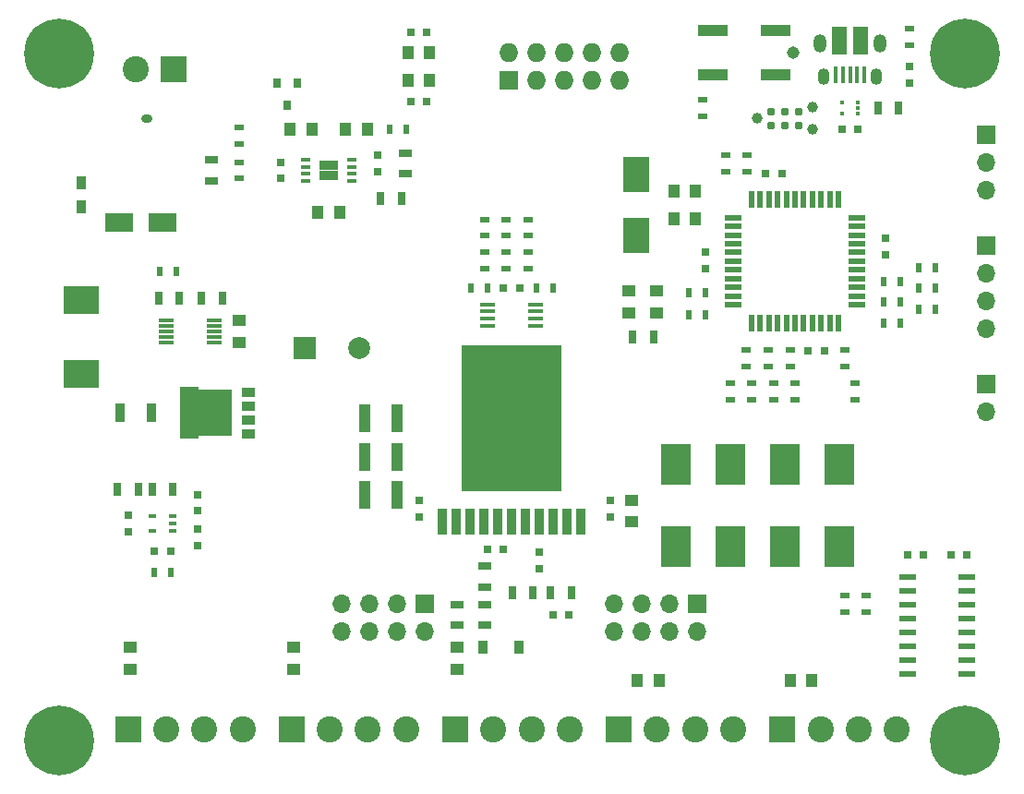
<source format=gts>
G04 #@! TF.FileFunction,Soldermask,Top*
%FSLAX46Y46*%
G04 Gerber Fmt 4.6, Leading zero omitted, Abs format (unit mm)*
G04 Created by KiCad (PCBNEW 4.0.7) date Monday, September 04, 2017 'PMt' 03:24:15 PM*
%MOMM*%
%LPD*%
G01*
G04 APERTURE LIST*
%ADD10C,0.100000*%
%ADD11C,0.762000*%
%ADD12R,0.550000X1.500000*%
%ADD13R,1.500000X0.550000*%
%ADD14R,1.000000X2.500000*%
%ADD15R,1.300000X0.850000*%
%ADD16R,1.700000X4.850000*%
%ADD17R,3.450000X4.350000*%
%ADD18R,1.550000X4.700000*%
%ADD19R,3.300000X4.200000*%
%ADD20R,1.300000X0.700000*%
%ADD21R,0.900000X1.200000*%
%ADD22R,0.750000X0.800000*%
%ADD23R,0.900000X0.500000*%
%ADD24R,1.450000X0.450000*%
%ADD25R,0.800000X0.750000*%
%ADD26R,0.860000X2.410000*%
%ADD27R,9.126000X13.370000*%
%ADD28C,0.500000*%
%ADD29R,0.700000X1.300000*%
%ADD30R,2.700000X3.750000*%
%ADD31R,1.250000X1.000000*%
%ADD32R,2.000000X2.000000*%
%ADD33C,2.000000*%
%ADD34R,1.000000X1.250000*%
%ADD35R,3.300000X2.500000*%
%ADD36R,2.500000X1.800000*%
%ADD37R,0.800000X0.900000*%
%ADD38C,2.400000*%
%ADD39R,2.400000X2.400000*%
%ADD40C,0.990600*%
%ADD41C,0.787400*%
%ADD42R,1.727200X1.727200*%
%ADD43O,1.727200X1.727200*%
%ADD44R,1.700000X1.700000*%
%ADD45O,1.700000X1.700000*%
%ADD46R,0.400000X1.650000*%
%ADD47O,1.100000X1.500000*%
%ADD48O,1.200000X1.700000*%
%ADD49R,1.425000X2.500000*%
%ADD50R,0.900000X1.700000*%
%ADD51R,0.500000X0.900000*%
%ADD52R,2.750000X1.000000*%
%ADD53C,1.143000*%
%ADD54R,1.400000X0.300000*%
%ADD55R,0.650000X0.400000*%
%ADD56R,0.890000X0.420000*%
%ADD57R,0.840000X0.940000*%
%ADD58R,1.500000X0.600000*%
%ADD59R,0.449580X0.299720*%
%ADD60R,2.400000X3.325000*%
%ADD61C,6.400000*%
G04 APERTURE END LIST*
D10*
D11*
X179611760Y-50500000D02*
X179388240Y-50500000D01*
D12*
X234960000Y-69270000D03*
X235760000Y-69270000D03*
X236560000Y-69270000D03*
X237360000Y-69270000D03*
X238160000Y-69270000D03*
X238960000Y-69270000D03*
X239760000Y-69270000D03*
X240560000Y-69270000D03*
X241360000Y-69270000D03*
X242160000Y-69270000D03*
X242960000Y-69270000D03*
D13*
X244660000Y-67570000D03*
X244660000Y-66770000D03*
X244660000Y-65970000D03*
X244660000Y-65170000D03*
X244660000Y-64370000D03*
X244660000Y-63570000D03*
X244660000Y-62770000D03*
X244660000Y-61970000D03*
X244660000Y-61170000D03*
X244660000Y-60370000D03*
X244660000Y-59570000D03*
D12*
X242960000Y-57870000D03*
X242160000Y-57870000D03*
X241360000Y-57870000D03*
X240560000Y-57870000D03*
X239760000Y-57870000D03*
X238960000Y-57870000D03*
X238160000Y-57870000D03*
X237360000Y-57870000D03*
X236560000Y-57870000D03*
X235760000Y-57870000D03*
X234960000Y-57870000D03*
D13*
X233260000Y-59570000D03*
X233260000Y-60370000D03*
X233260000Y-61170000D03*
X233260000Y-61970000D03*
X233260000Y-62770000D03*
X233260000Y-63570000D03*
X233260000Y-64370000D03*
X233260000Y-65170000D03*
X233260000Y-65970000D03*
X233260000Y-66770000D03*
X233260000Y-67570000D03*
D14*
X199500000Y-85000000D03*
X202500000Y-85000000D03*
D15*
X188875000Y-78135000D03*
X188875000Y-79405000D03*
X188875000Y-76865000D03*
D16*
X183400000Y-77500000D03*
D17*
X185600000Y-77500000D03*
D15*
X188875000Y-75595000D03*
D18*
X183400000Y-77500000D03*
D19*
X185600000Y-77500000D03*
D20*
X210500000Y-95050000D03*
X210500000Y-96950000D03*
X210500000Y-91550000D03*
X210500000Y-93450000D03*
D21*
X210350000Y-99000000D03*
X213650000Y-99000000D03*
D22*
X204500000Y-87000000D03*
X204500000Y-85500000D03*
D20*
X208000000Y-95050000D03*
X208000000Y-96950000D03*
D14*
X199500000Y-78000000D03*
X202500000Y-78000000D03*
X199500000Y-81500000D03*
X202500000Y-81500000D03*
D23*
X210500000Y-64250000D03*
X210500000Y-62750000D03*
X212500000Y-61250000D03*
X212500000Y-59750000D03*
X210500000Y-61250000D03*
X210500000Y-59750000D03*
X212500000Y-64250000D03*
X212500000Y-62750000D03*
D24*
X210800000Y-67525000D03*
X210800000Y-68175000D03*
X210800000Y-68825000D03*
X210800000Y-69475000D03*
X215200000Y-69475000D03*
X215200000Y-68825000D03*
X215200000Y-68175000D03*
X215200000Y-67525000D03*
D23*
X214500000Y-64250000D03*
X214500000Y-62750000D03*
D25*
X213750000Y-66000000D03*
X212250000Y-66000000D03*
D23*
X214500000Y-61250000D03*
X214500000Y-59750000D03*
D26*
X206650000Y-87500000D03*
X207920000Y-87500000D03*
X209190000Y-87500000D03*
X210460000Y-87500000D03*
X211730000Y-87500000D03*
X213000000Y-87500000D03*
X214270000Y-87500000D03*
X215540000Y-87500000D03*
X216810000Y-87500000D03*
X218080000Y-87500000D03*
X219350000Y-87500000D03*
D27*
X213000000Y-78000000D03*
D28*
X209000000Y-84000000D03*
X210000000Y-84000000D03*
X211000000Y-84000000D03*
X212000000Y-84000000D03*
X213000000Y-84000000D03*
X214000000Y-84000000D03*
X215000000Y-84000000D03*
X216000000Y-84000000D03*
X217000000Y-84000000D03*
X209000000Y-83000000D03*
X210000000Y-83000000D03*
X211000000Y-83000000D03*
X212000000Y-83000000D03*
X213000000Y-83000000D03*
X214000000Y-83000000D03*
X215000000Y-83000000D03*
X216000000Y-83000000D03*
X217000000Y-83000000D03*
X209000000Y-82000000D03*
X210000000Y-82000000D03*
X211000000Y-82000000D03*
X212000000Y-82000000D03*
X213000000Y-82000000D03*
X214000000Y-82000000D03*
X215000000Y-82000000D03*
X216000000Y-82000000D03*
X217000000Y-82000000D03*
X209000000Y-81000000D03*
X210000000Y-81000000D03*
X211000000Y-81000000D03*
X212000000Y-81000000D03*
X213000000Y-81000000D03*
X214000000Y-81000000D03*
X215000000Y-81000000D03*
X216000000Y-81000000D03*
X217000000Y-81000000D03*
X209000000Y-80000000D03*
X210000000Y-80000000D03*
X211000000Y-80000000D03*
X212000000Y-80000000D03*
X213000000Y-80000000D03*
X214000000Y-80000000D03*
X215000000Y-80000000D03*
X216000000Y-80000000D03*
X217000000Y-80000000D03*
X209000000Y-79000000D03*
X210000000Y-79000000D03*
X211000000Y-79000000D03*
X212000000Y-79000000D03*
X213000000Y-79000000D03*
X214000000Y-79000000D03*
X215000000Y-79000000D03*
X216000000Y-79000000D03*
X217000000Y-79000000D03*
X209000000Y-78000000D03*
X210000000Y-78000000D03*
X211000000Y-78000000D03*
X212000000Y-78000000D03*
X213000000Y-78000000D03*
X214000000Y-78000000D03*
X215000000Y-78000000D03*
X216000000Y-78000000D03*
X217000000Y-78000000D03*
X209000000Y-77000000D03*
X210000000Y-77000000D03*
X211000000Y-77000000D03*
X212000000Y-77000000D03*
X213000000Y-77000000D03*
X214000000Y-77000000D03*
X215000000Y-77000000D03*
X216000000Y-77000000D03*
X217000000Y-77000000D03*
X209000000Y-76000000D03*
X210000000Y-76000000D03*
X211000000Y-76000000D03*
X212000000Y-76000000D03*
X213000000Y-76000000D03*
X214000000Y-76000000D03*
X215000000Y-76000000D03*
X216000000Y-76000000D03*
X217000000Y-76000000D03*
X209000000Y-75000000D03*
X210000000Y-75000000D03*
X211000000Y-75000000D03*
X212000000Y-75000000D03*
X213000000Y-75000000D03*
X214000000Y-75000000D03*
X215000000Y-75000000D03*
X216000000Y-75000000D03*
X217000000Y-75000000D03*
X209000000Y-74000000D03*
X210000000Y-74000000D03*
X211000000Y-74000000D03*
X212000000Y-74000000D03*
X213000000Y-74000000D03*
X214000000Y-74000000D03*
X215000000Y-74000000D03*
X216000000Y-74000000D03*
X217000000Y-74000000D03*
X209000000Y-73000000D03*
X210000000Y-73000000D03*
X211000000Y-73000000D03*
X212000000Y-73000000D03*
X213000000Y-73000000D03*
X214000000Y-73000000D03*
X215000000Y-73000000D03*
X216000000Y-73000000D03*
X217000000Y-73000000D03*
X209000000Y-72000000D03*
X210000000Y-72000000D03*
X211000000Y-72000000D03*
X212000000Y-72000000D03*
X213000000Y-72000000D03*
X214000000Y-72000000D03*
X215000000Y-72000000D03*
X216000000Y-72000000D03*
X217000000Y-72000000D03*
D25*
X218250000Y-96000000D03*
X216750000Y-96000000D03*
D29*
X218450000Y-94000000D03*
X216550000Y-94000000D03*
D25*
X210750000Y-90000000D03*
X212250000Y-90000000D03*
D22*
X215500000Y-90250000D03*
X215500000Y-91750000D03*
D29*
X214950000Y-94000000D03*
X213050000Y-94000000D03*
D30*
X238000000Y-89775000D03*
X238000000Y-82225000D03*
X228000000Y-89775000D03*
X228000000Y-82225000D03*
X233000000Y-89775000D03*
X233000000Y-82225000D03*
D22*
X222000000Y-87000000D03*
X222000000Y-85500000D03*
D30*
X243000000Y-89775000D03*
X243000000Y-82225000D03*
D31*
X224000000Y-87500000D03*
X224000000Y-85500000D03*
D32*
X194000000Y-71500000D03*
D33*
X199000000Y-71500000D03*
D31*
X188000000Y-69000000D03*
X188000000Y-71000000D03*
D22*
X177800000Y-88380000D03*
X177800000Y-86880000D03*
X184150000Y-86475000D03*
X184150000Y-84975000D03*
X184150000Y-89650000D03*
X184150000Y-88150000D03*
D25*
X181725000Y-90170000D03*
X180225000Y-90170000D03*
D22*
X200660000Y-53860000D03*
X200660000Y-55360000D03*
D34*
X199755000Y-51435000D03*
X197755000Y-51435000D03*
X192675000Y-51435000D03*
X194675000Y-51435000D03*
D22*
X191770000Y-54495000D03*
X191770000Y-55995000D03*
D34*
X195215000Y-59055000D03*
X197215000Y-59055000D03*
D31*
X223750000Y-68310000D03*
X223750000Y-66310000D03*
D25*
X236250000Y-55500000D03*
X237750000Y-55500000D03*
D22*
X247245000Y-61480000D03*
X247245000Y-62980000D03*
D25*
X241645000Y-71755000D03*
X240145000Y-71755000D03*
D22*
X230735000Y-64250000D03*
X230735000Y-62750000D03*
D31*
X226290000Y-68310000D03*
X226290000Y-66310000D03*
D34*
X229830000Y-59690000D03*
X227830000Y-59690000D03*
X229830000Y-57150000D03*
X227830000Y-57150000D03*
D25*
X205220000Y-48895000D03*
X203720000Y-48895000D03*
D34*
X205470000Y-46990000D03*
X203470000Y-46990000D03*
D25*
X205220000Y-42545000D03*
X203720000Y-42545000D03*
D34*
X205470000Y-44450000D03*
X203470000Y-44450000D03*
D25*
X249250000Y-90500000D03*
X250750000Y-90500000D03*
X254750000Y-90500000D03*
X253250000Y-90500000D03*
D31*
X178000000Y-101000000D03*
X178000000Y-99000000D03*
X193000000Y-101000000D03*
X193000000Y-99000000D03*
X208000000Y-101000000D03*
X208000000Y-99000000D03*
D34*
X224500000Y-102000000D03*
X226500000Y-102000000D03*
X238500000Y-102000000D03*
X240500000Y-102000000D03*
D25*
X244750000Y-51500000D03*
X243250000Y-51500000D03*
D22*
X249500000Y-45750000D03*
X249500000Y-47250000D03*
D35*
X173500000Y-73900000D03*
X173500000Y-67100000D03*
D36*
X177000000Y-60000000D03*
X181000000Y-60000000D03*
D37*
X193355000Y-47260000D03*
X191455000Y-47260000D03*
X192405000Y-49260000D03*
D21*
X173500000Y-58600000D03*
X173500000Y-56400000D03*
D29*
X224070000Y-70485000D03*
X225970000Y-70485000D03*
X246550000Y-49500000D03*
X248450000Y-49500000D03*
D38*
X178500000Y-46000000D03*
D39*
X182000000Y-46000000D03*
D40*
X240540000Y-49484000D03*
X240540000Y-51516000D03*
X235460000Y-50500000D03*
D41*
X236730000Y-51135000D03*
X236730000Y-49865000D03*
X238000000Y-51135000D03*
X238000000Y-49865000D03*
X239270000Y-51135000D03*
X239270000Y-49865000D03*
D42*
X212725000Y-46990000D03*
D43*
X212725000Y-44450000D03*
X215265000Y-46990000D03*
X215265000Y-44450000D03*
X217805000Y-46990000D03*
X217805000Y-44450000D03*
X220345000Y-46990000D03*
X220345000Y-44450000D03*
X222885000Y-46990000D03*
X222885000Y-44450000D03*
D38*
X184800000Y-106500000D03*
X188300000Y-106500000D03*
X181300000Y-106500000D03*
D39*
X177800000Y-106500000D03*
D38*
X199800000Y-106500000D03*
X203300000Y-106500000D03*
X196300000Y-106500000D03*
D39*
X192800000Y-106500000D03*
D38*
X214800000Y-106500000D03*
X218300000Y-106500000D03*
X211300000Y-106500000D03*
D39*
X207800000Y-106500000D03*
D38*
X229800000Y-106500000D03*
X233300000Y-106500000D03*
X226300000Y-106500000D03*
D39*
X222800000Y-106500000D03*
D38*
X244800000Y-106500000D03*
X248300000Y-106500000D03*
X241300000Y-106500000D03*
D39*
X237800000Y-106500000D03*
D44*
X256500000Y-52000000D03*
D45*
X256500000Y-54540000D03*
X256500000Y-57080000D03*
D44*
X256500000Y-62160000D03*
D45*
X256500000Y-64700000D03*
X256500000Y-67240000D03*
X256500000Y-69780000D03*
D46*
X245300000Y-46500000D03*
X244650000Y-46500000D03*
X244000900Y-46500000D03*
X243350000Y-46500000D03*
X242700000Y-46500000D03*
D47*
X246425000Y-46625000D03*
X241575000Y-46625000D03*
D48*
X246725000Y-43625000D03*
X241275000Y-43625000D03*
D49*
X244962500Y-43375000D03*
X243037500Y-43375000D03*
D20*
X185420000Y-56195000D03*
X185420000Y-54295000D03*
D50*
X179950000Y-77500000D03*
X177050000Y-77500000D03*
D51*
X180750000Y-64500000D03*
X182250000Y-64500000D03*
D29*
X180600000Y-67000000D03*
X182500000Y-67000000D03*
X184550000Y-67000000D03*
X186450000Y-67000000D03*
X176850000Y-84455000D03*
X178750000Y-84455000D03*
X180025000Y-84455000D03*
X181925000Y-84455000D03*
D51*
X181725000Y-92075000D03*
X180225000Y-92075000D03*
D23*
X187960000Y-52820000D03*
X187960000Y-51320000D03*
D51*
X203315000Y-51435000D03*
X201815000Y-51435000D03*
D20*
X203200000Y-53660000D03*
X203200000Y-55560000D03*
D23*
X187960000Y-54495000D03*
X187960000Y-55995000D03*
D29*
X202880000Y-57785000D03*
X200980000Y-57785000D03*
D51*
X229250000Y-66500000D03*
X230750000Y-66500000D03*
X229250000Y-68500000D03*
X230750000Y-68500000D03*
D23*
X233000000Y-76250000D03*
X233000000Y-74750000D03*
X232640000Y-55360000D03*
X232640000Y-53860000D03*
X234545000Y-55360000D03*
X234545000Y-53860000D03*
D51*
X209250000Y-66000000D03*
X210750000Y-66000000D03*
X215250000Y-66000000D03*
X216750000Y-66000000D03*
D23*
X234500000Y-73250000D03*
X234500000Y-71750000D03*
X235000000Y-76250000D03*
X235000000Y-74750000D03*
X236500000Y-73250000D03*
X236500000Y-71750000D03*
X237000000Y-76250000D03*
X237000000Y-74750000D03*
X238500000Y-73250000D03*
X238500000Y-71750000D03*
X239000000Y-76250000D03*
X239000000Y-74750000D03*
X243500000Y-73250000D03*
X243500000Y-71750000D03*
X244500000Y-76250000D03*
X244500000Y-74750000D03*
D51*
X248630000Y-69215000D03*
X247130000Y-69215000D03*
X251805000Y-67945000D03*
X250305000Y-67945000D03*
X248630000Y-67310000D03*
X247130000Y-67310000D03*
X251805000Y-66040000D03*
X250305000Y-66040000D03*
X248630000Y-65405000D03*
X247130000Y-65405000D03*
X251805000Y-64135000D03*
X250305000Y-64135000D03*
D23*
X230505000Y-50280000D03*
X230505000Y-48780000D03*
X245500000Y-94250000D03*
X245500000Y-95750000D03*
X243500000Y-94250000D03*
X243500000Y-95750000D03*
X249500000Y-43750000D03*
X249500000Y-42250000D03*
D52*
X237190000Y-42450000D03*
X231440000Y-42450000D03*
X231440000Y-46450000D03*
X237190000Y-46450000D03*
D53*
X238760000Y-44450000D03*
D54*
X181300000Y-69000000D03*
X181300000Y-69500000D03*
X181300000Y-70000000D03*
X181300000Y-70500000D03*
X181300000Y-71000000D03*
X185700000Y-71000000D03*
X185700000Y-70500000D03*
X185700000Y-70000000D03*
X185700000Y-69500000D03*
X185700000Y-69000000D03*
D55*
X181925000Y-88280000D03*
X181925000Y-86980000D03*
X181925000Y-87630000D03*
X180025000Y-86980000D03*
X180025000Y-88280000D03*
D56*
X194110000Y-54270000D03*
X194110000Y-54920000D03*
X194110000Y-55570000D03*
X194110000Y-56220000D03*
X198320000Y-56220000D03*
X198320000Y-55570000D03*
X198320000Y-54920000D03*
X198320000Y-54270000D03*
D57*
X196635000Y-55715000D03*
X196635000Y-54775000D03*
X195795000Y-55715000D03*
X195795000Y-54775000D03*
D58*
X249300000Y-92555000D03*
X249300000Y-93825000D03*
X249300000Y-95095000D03*
X249300000Y-96365000D03*
X249300000Y-97635000D03*
X249300000Y-98905000D03*
X249300000Y-100175000D03*
X249300000Y-101445000D03*
X254700000Y-101445000D03*
X254700000Y-100175000D03*
X254700000Y-98905000D03*
X254700000Y-97635000D03*
X254700000Y-96365000D03*
X254700000Y-95095000D03*
X254700000Y-93825000D03*
X254700000Y-92555000D03*
D59*
X244701040Y-50000380D03*
X244701040Y-48999620D03*
X243298960Y-50000380D03*
X244701040Y-49500000D03*
X243298960Y-48999620D03*
D60*
X224385000Y-61182500D03*
X224385000Y-55657500D03*
D44*
X256500000Y-74860000D03*
D45*
X256500000Y-77400000D03*
D44*
X205000000Y-95000000D03*
D45*
X205000000Y-97540000D03*
X202460000Y-95000000D03*
X202460000Y-97540000D03*
X199920000Y-95000000D03*
X199920000Y-97540000D03*
X197380000Y-95000000D03*
X197380000Y-97540000D03*
D44*
X230000000Y-95000000D03*
D45*
X230000000Y-97540000D03*
X227460000Y-95000000D03*
X227460000Y-97540000D03*
X224920000Y-95000000D03*
X224920000Y-97540000D03*
X222380000Y-95000000D03*
X222380000Y-97540000D03*
D61*
X171500000Y-44500000D03*
X254500000Y-44500000D03*
X171500000Y-107500000D03*
X254500000Y-107500000D03*
M02*

</source>
